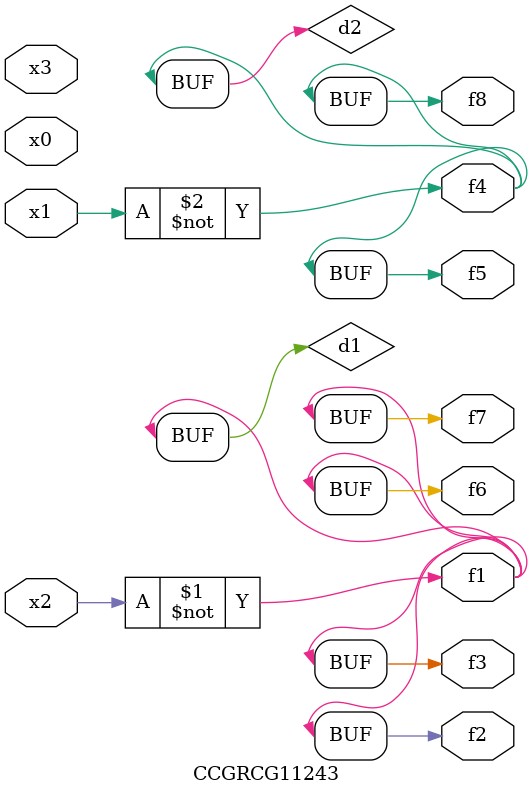
<source format=v>
module CCGRCG11243(
	input x0, x1, x2, x3,
	output f1, f2, f3, f4, f5, f6, f7, f8
);

	wire d1, d2;

	xnor (d1, x2);
	not (d2, x1);
	assign f1 = d1;
	assign f2 = d1;
	assign f3 = d1;
	assign f4 = d2;
	assign f5 = d2;
	assign f6 = d1;
	assign f7 = d1;
	assign f8 = d2;
endmodule

</source>
